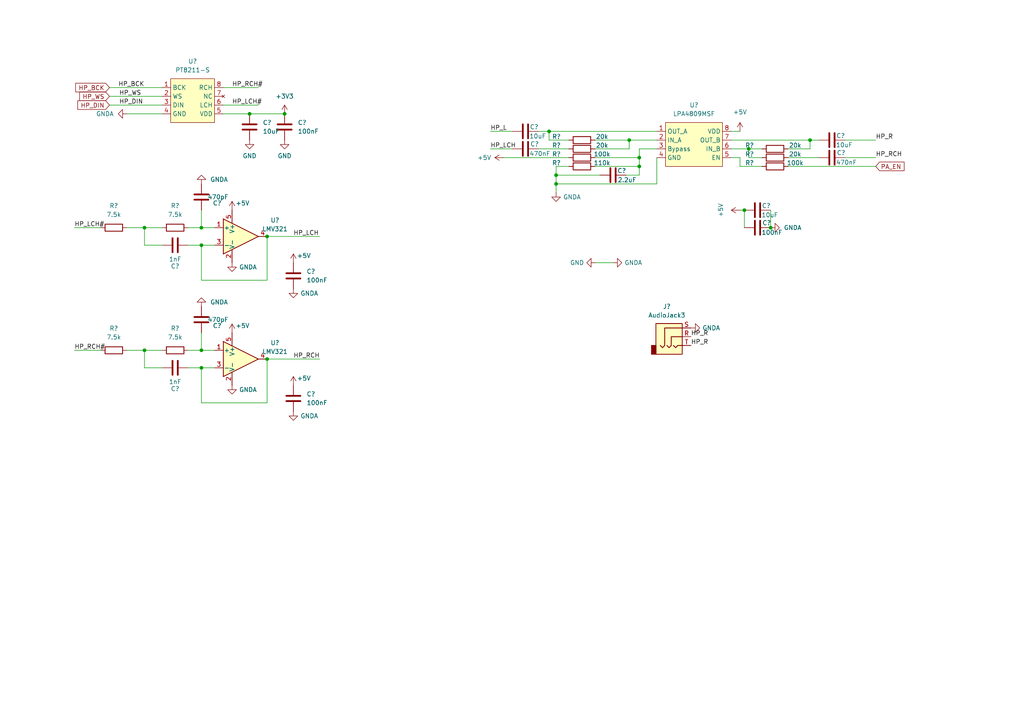
<source format=kicad_sch>
(kicad_sch (version 20211123) (generator eeschema)
  (paper "A4")
  (lib_symbols
    (symbol "Amplifier_Operational:LMV321" (pin_names (offset 0.127))
      (property "Reference" "U" (at 0 5.08 0))
      (property "Value" "LMV321" (at 0 -5.08 0))
      (symbol "LMV321_0_1"
        (polyline (pts (xy -5.08 5.08) (xy 5.08 0) (xy -5.08 -5.08) (xy -5.08 5.08)) (stroke (width 0.254)) (fill (type background)))
        (pin power_in line (at -2.54 -7.62 90) (length 3.81) (name "V-") (number "2"))
        (pin power_in line (at -2.54 7.62 270) (length 3.81) (name "V+") (number "5"))
      )
      (symbol "LMV321_1_1"
        (pin input line (at -7.62 2.54 0) (length 2.54) (name "+") (number "1"))
        (pin input line (at -7.62 -2.54 0) (length 2.54) (name "-") (number "3"))
        (pin output line (at 7.62 0 180) (length 2.54) (name "~") (number "4"))
      )
    )
    (symbol "Connector:AudioJack3"
      (property "Reference" "J" (at 0 8.89 0))
      (property "Value" "AudioJack3" (at 0 6.35 0))
      (symbol "AudioJack3_0_1"
        (rectangle (start -5.08 -5.08) (end -6.35 -2.54) (stroke (width 0.254)) (fill (type outline)))
        (polyline (pts (xy 0 -2.54) (xy 0.635 -3.175) (xy 1.27 -2.54) (xy 2.54 -2.54)) (stroke (width 0.254)))
        (polyline (pts (xy -1.905 -2.54) (xy -1.27 -3.175) (xy -0.635 -2.54) (xy -0.635 0) (xy 2.54 0)) (stroke (width 0.254)))
        (polyline (pts (xy 2.54 2.54) (xy -2.54 2.54) (xy -2.54 -2.54) (xy -3.175 -3.175) (xy -3.81 -2.54)) (stroke (width 0.254)))
        (rectangle (start 2.54 3.81) (end -5.08 -5.08) (stroke (width 0.254)) (fill (type background)))
      )
      (symbol "AudioJack3_1_1"
        (pin passive line (at 5.08 0 180) (length 2.54) (name "~") (number "R"))
        (pin passive line (at 5.08 2.54 180) (length 2.54) (name "~") (number "S"))
        (pin passive line (at 5.08 -2.54 180) (length 2.54) (name "~") (number "T"))
      )
    )
    (symbol "Device:C" (pin_numbers hide) (pin_names (offset 0.254))
      (property "Reference" "C" (at 0.635 2.54 0))
      (property "Value" "C" (at 0.635 -2.54 0))
      (symbol "C_0_1"
        (polyline (pts (xy -2.032 -0.762) (xy 2.032 -0.762)) (stroke (width 0.508)))
        (polyline (pts (xy -2.032 0.762) (xy 2.032 0.762)) (stroke (width 0.508)))
      )
      (symbol "C_1_1"
        (pin passive line (at 0 3.81 270) (length 2.794) (name "~") (number "1"))
        (pin passive line (at 0 -3.81 90) (length 2.794) (name "~") (number "2"))
      )
    )
    (symbol "Device:R" (pin_numbers hide) (pin_names (offset 0))
      (property "Reference" "R" (at 2.032 0 90))
      (property "Value" "R" (at 0 0 90))
      (symbol "R_0_1"
        (rectangle (start -1.016 -2.54) (end 1.016 2.54) (stroke (width 0.254)))
      )
      (symbol "R_1_1"
        (pin passive line (at 0 3.81 270) (length 1.27) (name "~") (number "1"))
        (pin passive line (at 0 -3.81 90) (length 1.27) (name "~") (number "2"))
      )
    )
    (symbol "FreeVision:LPA4809MSF"
      (property "Reference" "U" (at 0 -15.24 0))
      (property "Value" "LPA4809MSF" (at 0 0 0))
      (symbol "LPA4809MSF_0_1"
        (rectangle (start -7.62 -1.27) (end 8.89 -13.97) (fill (type background)))
      )
      (symbol "LPA4809MSF_1_1"
        (pin bidirectional line (at -10.16 -3.81 0) (length 2.54) (name "OUT_A") (number "1"))
        (pin bidirectional line (at -10.16 -6.35 0) (length 2.54) (name "IN_A") (number "2"))
        (pin bidirectional line (at -10.16 -8.89 0) (length 2.54) (name "Bypass") (number "3"))
        (pin bidirectional line (at -10.16 -11.43 0) (length 2.54) (name "GND") (number "4"))
        (pin bidirectional line (at 11.43 -11.43 180) (length 2.54) (name "EN") (number "5"))
        (pin bidirectional line (at 11.43 -8.89 180) (length 2.54) (name "IN_B") (number "6"))
        (pin bidirectional line (at 11.43 -6.35 180) (length 2.54) (name "OUT_B") (number "7"))
        (pin bidirectional line (at 11.43 -3.81 180) (length 2.54) (name "VDD") (number "8"))
      )
    )
    (symbol "FreeVision:PT8211-S"
      (property "Reference" "U" (at 0 -15.24 0))
      (property "Value" "PT8211-S" (at 0 0 0))
      (symbol "PT8211-S_0_1"
        (rectangle (start -6.35 -1.27) (end 6.35 -13.97) (fill (type background)))
      )
      (symbol "PT8211-S_1_1"
        (pin bidirectional line (at -8.89 -3.81 0) (length 2.54) (name "BCK") (number "1"))
        (pin bidirectional line (at -8.89 -6.35 0) (length 2.54) (name "WS") (number "2"))
        (pin bidirectional line (at -8.89 -8.89 0) (length 2.54) (name "DIN") (number "3"))
        (pin bidirectional line (at -8.89 -11.43 0) (length 2.54) (name "GND") (number "4"))
        (pin bidirectional line (at 8.89 -11.43 180) (length 2.54) (name "VDD") (number "5"))
        (pin bidirectional line (at 8.89 -8.89 180) (length 2.54) (name "LCH") (number "6"))
        (pin no_connect line (at 8.89 -6.35 180) (length 2.54) (name "NC") (number "7"))
        (pin bidirectional line (at 8.89 -3.81 180) (length 2.54) (name "RCH") (number "8"))
      )
    )
    (symbol "power:+3V3" (power) (pin_names (offset 0))
      (property "Value" "+3V3" (at 0 3.556 0))
      (symbol "+3V3_0_1"
        (polyline (pts (xy -0.762 1.27) (xy 0 2.54)))
        (polyline (pts (xy 0 0) (xy 0 2.54)))
        (polyline (pts (xy 0 2.54) (xy 0.762 1.27)))
      )
      (symbol "+3V3_1_1"
        (pin power_in line (at 0 0 90) (length 0) hide (name "+3V3") (number "1"))
      )
    )
    (symbol "power:+5V" (power) (pin_names (offset 0))
      (property "Value" "+5V" (at 0 3.556 0))
      (symbol "+5V_0_1"
        (polyline (pts (xy -0.762 1.27) (xy 0 2.54)))
        (polyline (pts (xy 0 0) (xy 0 2.54)))
        (polyline (pts (xy 0 2.54) (xy 0.762 1.27)))
      )
      (symbol "+5V_1_1"
        (pin power_in line (at 0 0 90) (length 0) hide (name "+5V") (number "1"))
      )
    )
    (symbol "power:GND" (power) (pin_names (offset 0))
      (property "Value" "GND" (at 0 -3.81 0))
      (symbol "GND_0_1"
        (polyline (pts (xy 0 0) (xy 0 -1.27) (xy 1.27 -1.27) (xy 0 -2.54) (xy -1.27 -1.27) (xy 0 -1.27)))
      )
      (symbol "GND_1_1"
        (pin power_in line (at 0 0 270) (length 0) hide (name "GND") (number "1"))
      )
    )
    (symbol "power:GNDA" (power) (pin_names (offset 0))
      (property "Value" "GNDA" (at 0 -3.81 0))
      (symbol "GNDA_0_1"
        (polyline (pts (xy 0 0) (xy 0 -1.27) (xy 1.27 -1.27) (xy 0 -2.54) (xy -1.27 -1.27) (xy 0 -1.27)))
      )
      (symbol "GNDA_1_1"
        (pin power_in line (at 0 0 270) (length 0) hide (name "GNDA") (number "1"))
      )
    )
  )
  (junction (at 185.42 45.72))
  (junction (at 82.55 33.02))
  (junction (at 182.499 40.64))
  (junction (at 161.29 50.8))
  (junction (at 58.42 71.12))
  (junction (at 234.95 40.64))
  (junction (at 223.52 66.04))
  (junction (at 77.47 68.58))
  (junction (at 41.91 66.04))
  (junction (at 41.91 101.6))
  (junction (at 77.47 104.14))
  (junction (at 161.29 53.34))
  (junction (at 185.42 48.26))
  (junction (at 58.42 66.04))
  (junction (at 159.258 38.1))
  (junction (at 217.17 43.18))
  (junction (at 58.42 106.68))
  (junction (at 215.9 60.96))
  (junction (at 58.42 101.6))
  (junction (at 72.39 33.02))
  (wire (pts (xy 212.09 40.64) (xy 234.95 40.64)))
  (wire (pts (xy 185.42 50.8) (xy 185.42 48.26)))
  (wire (pts (xy 142.24 43.18) (xy 148.59 43.18)))
  (wire (pts (xy 72.39 33.02) (xy 82.55 33.02)))
  (wire (pts (xy 41.91 101.6) (xy 46.99 101.6)))
  (wire (pts (xy 58.42 71.12) (xy 62.23 71.12)))
  (wire (pts (xy 223.52 60.96) (xy 223.52 66.04)))
  (wire (pts (xy 46.99 71.12) (xy 41.91 71.12)))
  (wire (pts (xy 58.42 106.68) (xy 62.23 106.68)))
  (wire (pts (xy 182.499 40.64) (xy 190.5 40.64)))
  (wire (pts (xy 58.42 60.96) (xy 58.42 66.04)))
  (wire (pts (xy 21.59 66.04) (xy 29.21 66.04)))
  (wire (pts (xy 214.63 45.72) (xy 214.63 48.26)))
  (wire (pts (xy 156.21 38.1) (xy 159.258 38.1)))
  (wire (pts (xy 54.61 101.6) (xy 58.42 101.6)))
  (wire (pts (xy 77.47 68.58) (xy 77.47 81.28)))
  (wire (pts (xy 228.6 48.26) (xy 254 48.26)))
  (wire (pts (xy 64.77 25.4) (xy 74.93 25.4)))
  (wire (pts (xy 156.21 43.18) (xy 164.973 43.18)))
  (wire (pts (xy 46.99 106.68) (xy 41.91 106.68)))
  (wire (pts (xy 58.42 66.04) (xy 62.23 66.04)))
  (wire (pts (xy 214.63 60.96) (xy 215.9 60.96)))
  (wire (pts (xy 77.47 68.58) (xy 92.71 68.58)))
  (wire (pts (xy 21.59 101.6) (xy 29.21 101.6)))
  (wire (pts (xy 77.47 104.14) (xy 77.47 116.84)))
  (wire (pts (xy 64.77 33.02) (xy 72.39 33.02)))
  (wire (pts (xy 159.258 38.1) (xy 190.5 38.1)))
  (wire (pts (xy 234.95 43.18) (xy 234.95 40.64)))
  (wire (pts (xy 77.47 104.14) (xy 92.71 104.14)))
  (wire (pts (xy 161.29 53.34) (xy 190.5 53.34)))
  (wire (pts (xy 41.91 66.04) (xy 46.99 66.04)))
  (wire (pts (xy 159.258 40.64) (xy 159.258 38.1)))
  (wire (pts (xy 58.42 101.6) (xy 62.23 101.6)))
  (wire (pts (xy 185.42 43.18) (xy 185.42 45.72)))
  (wire (pts (xy 190.5 53.34) (xy 190.5 45.72)))
  (wire (pts (xy 214.63 48.26) (xy 220.98 48.26)))
  (wire (pts (xy 212.09 38.1) (xy 214.63 38.1)))
  (wire (pts (xy 142.24 38.1) (xy 148.59 38.1)))
  (wire (pts (xy 31.75 27.94) (xy 46.99 27.94)))
  (wire (pts (xy 185.42 45.72) (xy 185.42 48.26)))
  (wire (pts (xy 228.6 45.72) (xy 237.49 45.72)))
  (wire (pts (xy 36.83 101.6) (xy 41.91 101.6)))
  (wire (pts (xy 64.77 30.48) (xy 74.93 30.48)))
  (wire (pts (xy 182.499 43.18) (xy 182.499 40.64)))
  (wire (pts (xy 54.61 66.04) (xy 58.42 66.04)))
  (wire (pts (xy 161.29 50.8) (xy 173.99 50.8)))
  (wire (pts (xy 172.593 40.64) (xy 182.499 40.64)))
  (wire (pts (xy 58.42 71.12) (xy 58.42 81.28)))
  (wire (pts (xy 146.05 45.72) (xy 164.973 45.72)))
  (wire (pts (xy 164.973 48.26) (xy 161.29 48.26)))
  (wire (pts (xy 58.42 116.84) (xy 58.42 106.68)))
  (wire (pts (xy 31.75 25.4) (xy 46.99 25.4)))
  (wire (pts (xy 217.17 45.72) (xy 217.17 43.18)))
  (wire (pts (xy 54.61 71.12) (xy 58.42 71.12)))
  (wire (pts (xy 36.83 33.02) (xy 46.99 33.02)))
  (wire (pts (xy 31.75 30.48) (xy 46.99 30.48)))
  (wire (pts (xy 212.09 43.18) (xy 217.17 43.18)))
  (wire (pts (xy 36.83 66.04) (xy 41.91 66.04)))
  (wire (pts (xy 217.17 43.18) (xy 220.98 43.18)))
  (wire (pts (xy 234.95 40.64) (xy 237.49 40.64)))
  (wire (pts (xy 41.91 71.12) (xy 41.91 66.04)))
  (wire (pts (xy 215.9 60.96) (xy 215.9 66.04)))
  (wire (pts (xy 77.47 116.84) (xy 58.42 116.84)))
  (wire (pts (xy 161.29 48.26) (xy 161.29 50.8)))
  (wire (pts (xy 172.72 76.2) (xy 177.8 76.2)))
  (wire (pts (xy 161.29 53.34) (xy 161.29 55.88)))
  (wire (pts (xy 185.42 45.72) (xy 172.593 45.72)))
  (wire (pts (xy 41.91 106.68) (xy 41.91 101.6)))
  (wire (pts (xy 77.47 81.28) (xy 58.42 81.28)))
  (wire (pts (xy 181.61 50.8) (xy 185.42 50.8)))
  (wire (pts (xy 190.5 43.18) (xy 185.42 43.18)))
  (wire (pts (xy 164.973 40.64) (xy 159.258 40.64)))
  (wire (pts (xy 245.11 40.64) (xy 254 40.64)))
  (wire (pts (xy 220.98 45.72) (xy 217.17 45.72)))
  (wire (pts (xy 172.593 48.26) (xy 185.42 48.26)))
  (wire (pts (xy 54.61 106.68) (xy 58.42 106.68)))
  (wire (pts (xy 245.11 45.72) (xy 254 45.72)))
  (wire (pts (xy 212.09 45.72) (xy 214.63 45.72)))
  (wire (pts (xy 172.593 43.18) (xy 182.499 43.18)))
  (wire (pts (xy 58.42 96.52) (xy 58.42 101.6)))
  (wire (pts (xy 228.6 43.18) (xy 234.95 43.18)))
  (wire (pts (xy 161.29 50.8) (xy 161.29 53.34)))
  (label "HP_RCH#" (at 67.31 25.4 0))
  (label "HP_RCH#" (at 21.59 101.6 0))
  (label "HP_LCH" (at 142.24 43.18 0))
  (label "HP_LCH#" (at 67.31 30.48 0))
  (label "HP_LCH" (at 85.09 68.58 0))
  (label "HP_R" (at 200.406 97.663 0))
  (label "HP_R" (at 254 40.64 0))
  (label "HP_RCH" (at 85.09 104.14 0))
  (label "HP_L" (at 142.24 38.1 0))
  (label "HP_WS" (at 34.544 27.94 0))
  (label "HP_BCK" (at 34.29 25.4 0))
  (label "HP_RCH" (at 254 45.72 0))
  (label "HP_DIN" (at 34.544 30.48 0))
  (label "HP_LCH#" (at 21.59 66.04 0))
  (label "HP_R" (at 200.406 100.203 0))
  (global_label "HP_BCK" (shape input) (at 31.75 25.4 180) (property "Intersheet References" "${INTERSHEET_REFS}" (effects hide)))
  (global_label "HP_DIN" (shape input) (at 31.75 30.48 180) (property "Intersheet References" "${INTERSHEET_REFS}" (effects hide)))
  (global_label "HP_WS" (shape input) (at 31.75 27.94 180) (property "Intersheet References" "${INTERSHEET_REFS}" (effects hide)))
  (global_label "PA_EN" (shape input) (at 254 48.26 0) (property "Intersheet References" "${INTERSHEET_REFS}" (effects hide)))
  (symbol (lib_id "power:GND") (at 172.72 76.2 270) (unit 1)
    (property "Reference" "#PWR?" (effects hide))
    (property "Value" "GND" (at 169.418 76.1999 90) (effects (justify right)))
  )
  (symbol (lib_id "Amplifier_Operational:LMV321") (at 69.85 68.58 0) (unit 1)
    (property "Reference" "U?" (at 79.756 63.881 0))
    (property "Value" "LMV321" (at 79.756 66.421 0))
    (property "Datasheet" "http://www.ti.com/lit/ds/symlink/lmv324.pdf" (effects hide))
  )
  (symbol (lib_id "Device:C") (at 72.39 36.83 0) (unit 1)
    (property "Reference" "C?" (at 76.2 35.5599 0) (effects (justify left)))
    (property "Value" "10uF" (at 76.2 38.0999 0) (effects (justify left)))
  )
  (symbol (lib_id "Device:C") (at 177.8 50.8 90) (unit 1)
    (property "Reference" "C?" (at 180.34 49.53 90))
    (property "Value" "2.2uF" (at 181.864 52.197 90))
  )
  (symbol (lib_id "power:+5V") (at 146.05 45.72 90) (unit 1)
    (property "Reference" "#PWR?" (effects hide))
    (property "Value" "+5V" (at 140.462 45.72 90))
  )
  (symbol (lib_id "power:+5V") (at 85.09 111.76 0) (unit 1)
    (property "Reference" "#PWR?" (effects hide))
    (property "Value" "+5V" (at 88.138 109.728 0))
  )
  (symbol (lib_id "power:+5V") (at 67.31 60.96 0) (unit 1)
    (property "Reference" "#PWR?" (effects hide))
    (property "Value" "+5V" (at 70.358 58.928 0))
  )
  (symbol (lib_id "power:+5V") (at 67.31 96.52 0) (unit 1)
    (property "Reference" "#PWR?" (effects hide))
    (property "Value" "+5V" (at 70.358 94.488 0))
  )
  (symbol (lib_id "power:GND") (at 82.55 40.64 0) (unit 1)
    (property "Reference" "#PWR?" (effects hide))
    (property "Value" "GND" (at 82.55 45.212 0))
  )
  (symbol (lib_id "power:GNDA") (at 200.406 95.123 90) (unit 1)
    (property "Reference" "#PWR?" (effects hide))
    (property "Value" "GNDA" (at 203.708 95.1229 90) (effects (justify right)))
  )
  (symbol (lib_id "Device:C") (at 58.42 57.15 180) (unit 1)
    (property "Reference" "C?" (at 62.992 58.928 0))
    (property "Value" "470pF" (at 63.246 57.15 0))
  )
  (symbol (lib_id "Device:C") (at 85.09 80.01 0) (unit 1)
    (property "Reference" "C?" (at 88.9 78.7399 0) (effects (justify left)))
    (property "Value" "100nF" (at 88.9 81.2799 0) (effects (justify left)))
  )
  (symbol (lib_id "Device:R") (at 224.79 45.72 90) (unit 1)
    (property "Reference" "R?" (at 217.424 44.704 90))
    (property "Value" "20k" (at 230.632 44.704 90))
  )
  (symbol (lib_id "FreeVision:PT8211-S") (at 55.88 21.59 0) (unit 1)
    (property "Reference" "U?" (at 55.88 17.78 0))
    (property "Value" "PT8211-S" (at 55.88 20.32 0))
  )
  (symbol (lib_id "Device:R") (at 224.79 48.26 90) (unit 1)
    (property "Reference" "R?" (at 217.424 47.244 90))
    (property "Value" "100k" (at 230.632 47.244 90))
  )
  (symbol (lib_id "power:+3V3") (at 82.55 33.02 0) (unit 1)
    (property "Reference" "#PWR?" (effects hide))
    (property "Value" "+3V3" (at 82.55 27.94 0))
  )
  (symbol (lib_id "Device:R") (at 33.02 101.6 90) (unit 1)
    (property "Reference" "R?" (at 33.02 95.25 90))
    (property "Value" "7.5k" (at 33.02 97.79 90))
  )
  (symbol (lib_id "Device:R") (at 168.783 45.72 90) (unit 1)
    (property "Reference" "R?" (at 161.417 44.704 90))
    (property "Value" "100k" (at 174.625 44.704 90))
  )
  (symbol (lib_id "power:+5V") (at 214.63 38.1 0) (unit 1)
    (property "Reference" "#PWR?" (effects hide))
    (property "Value" "+5V" (at 214.63 32.512 0))
  )
  (symbol (lib_id "Device:R") (at 50.8 101.6 90) (unit 1)
    (property "Reference" "R?" (at 50.8 95.25 90))
    (property "Value" "7.5k" (at 50.8 97.79 90))
  )
  (symbol (lib_id "Device:C") (at 85.09 115.57 0) (unit 1)
    (property "Reference" "C?" (at 88.9 114.2999 0) (effects (justify left)))
    (property "Value" "100nF" (at 88.9 116.8399 0) (effects (justify left)))
  )
  (symbol (lib_id "Device:C") (at 50.8 106.68 90) (unit 1)
    (property "Reference" "C?" (at 50.8 112.776 90))
    (property "Value" "1nF" (at 50.8 110.744 90))
  )
  (symbol (lib_id "power:+5V") (at 214.63 60.96 90) (unit 1)
    (property "Reference" "#PWR?" (effects hide))
    (property "Value" "+5V" (at 209.042 60.96 0))
  )
  (symbol (lib_id "power:GNDA") (at 85.09 83.82 0) (unit 1)
    (property "Reference" "#PWR?" (effects hide))
    (property "Value" "GNDA" (at 87.122 85.0899 0) (effects (justify left)))
  )
  (symbol (lib_id "power:GNDA") (at 85.09 119.38 0) (unit 1)
    (property "Reference" "#PWR?" (effects hide))
    (property "Value" "GNDA" (at 87.122 120.6499 0) (effects (justify left)))
  )
  (symbol (lib_id "power:GND") (at 72.39 40.64 0) (unit 1)
    (property "Reference" "#PWR?" (effects hide))
    (property "Value" "GND" (at 72.39 45.212 0))
  )
  (symbol (lib_id "Device:C") (at 241.3 45.72 90) (unit 1)
    (property "Reference" "C?" (at 243.967 44.323 90))
    (property "Value" "470nF" (at 245.491 47.117 90))
  )
  (symbol (lib_id "Device:C") (at 219.71 60.96 90) (unit 1)
    (property "Reference" "C?" (at 222.25 59.69 90))
    (property "Value" "10uF" (at 223.266 62.357 90))
  )
  (symbol (lib_id "power:GNDA") (at 36.83 33.02 270) (unit 1)
    (property "Reference" "#PWR?" (effects hide))
    (property "Value" "GNDA" (at 33.02 33.0199 90) (effects (justify right)))
  )
  (symbol (lib_id "power:GNDA") (at 67.31 111.76 0) (unit 1)
    (property "Reference" "#PWR?" (effects hide))
    (property "Value" "GNDA" (at 69.342 113.0299 0) (effects (justify left)))
  )
  (symbol (lib_id "Connector:AudioJack3") (at 195.326 97.663 0) (unit 1)
    (property "Reference" "J?" (at 193.421 88.9 0))
    (property "Value" "AudioJack3" (at 193.421 91.44 0))
  )
  (symbol (lib_id "Device:R") (at 50.8 66.04 90) (unit 1)
    (property "Reference" "R?" (at 50.8 59.69 90))
    (property "Value" "7.5k" (at 50.8 62.23 90))
  )
  (symbol (lib_id "Device:C") (at 50.8 71.12 90) (unit 1)
    (property "Reference" "C?" (at 50.8 77.216 90))
    (property "Value" "1nF" (at 50.8 75.184 90))
  )
  (symbol (lib_id "FreeVision:LPA4809MSF") (at 200.66 34.29 0) (unit 1)
    (property "Reference" "U?" (at 201.295 30.48 0))
    (property "Value" "LPA4809MSF" (at 201.295 33.02 0))
  )
  (symbol (lib_id "Device:C") (at 82.55 36.83 0) (unit 1)
    (property "Reference" "C?" (at 86.36 35.5599 0) (effects (justify left)))
    (property "Value" "100nF" (at 86.36 38.0999 0) (effects (justify left)))
  )
  (symbol (lib_id "power:+5V") (at 85.09 76.2 0) (unit 1)
    (property "Reference" "#PWR?" (effects hide))
    (property "Value" "+5V" (at 88.138 74.168 0))
  )
  (symbol (lib_id "Device:C") (at 58.42 92.71 180) (unit 1)
    (property "Reference" "C?" (at 62.992 94.488 0))
    (property "Value" "470pF" (at 63.246 92.71 0))
  )
  (symbol (lib_id "Device:R") (at 168.783 40.64 90) (unit 1)
    (property "Reference" "R?" (at 161.417 39.624 90))
    (property "Value" "20k" (at 174.625 39.624 90))
  )
  (symbol (lib_id "Device:C") (at 152.4 38.1 90) (unit 1)
    (property "Reference" "C?" (at 154.94 36.83 90))
    (property "Value" "10uF" (at 155.956 39.497 90))
  )
  (symbol (lib_id "power:GNDA") (at 177.8 76.2 90) (unit 1)
    (property "Reference" "#PWR?" (effects hide))
    (property "Value" "GNDA" (at 181.102 76.1999 90) (effects (justify right)))
  )
  (symbol (lib_id "Device:C") (at 241.3 40.64 90) (unit 1)
    (property "Reference" "C?" (at 243.84 39.37 90))
    (property "Value" "10uF" (at 244.856 42.037 90))
  )
  (symbol (lib_id "Device:R") (at 168.783 43.18 90) (unit 1)
    (property "Reference" "R?" (at 161.417 42.164 90))
    (property "Value" "20k" (at 174.625 42.164 90))
  )
  (symbol (lib_id "Device:R") (at 33.02 66.04 90) (unit 1)
    (property "Reference" "R?" (at 33.02 59.69 90))
    (property "Value" "7.5k" (at 33.02 62.23 90))
  )
  (symbol (lib_id "Device:C") (at 219.71 66.04 90) (unit 1)
    (property "Reference" "C?" (at 222.377 64.643 90))
    (property "Value" "100nF" (at 223.901 67.437 90))
  )
  (symbol (lib_id "Device:R") (at 168.783 48.26 90) (unit 1)
    (property "Reference" "R?" (at 161.417 47.244 90))
    (property "Value" "110k" (at 174.625 47.244 90))
  )
  (symbol (lib_id "Device:R") (at 224.79 43.18 90) (unit 1)
    (property "Reference" "R?" (at 217.424 42.164 90))
    (property "Value" "20k" (at 230.632 42.164 90))
  )
  (symbol (lib_id "power:GNDA") (at 58.42 53.34 180) (unit 1)
    (property "Reference" "#PWR?" (effects hide))
    (property "Value" "GNDA" (at 60.96 52.0699 0) (effects (justify right)))
  )
  (symbol (lib_id "Device:C") (at 152.4 43.18 90) (unit 1)
    (property "Reference" "C?" (at 155.067 41.783 90))
    (property "Value" "470nF" (at 156.591 44.577 90))
  )
  (symbol (lib_id "power:GNDA") (at 161.29 55.88 0) (unit 1)
    (property "Reference" "#PWR?" (effects hide))
    (property "Value" "GNDA" (at 163.322 57.1499 0) (effects (justify left)))
  )
  (symbol (lib_id "Amplifier_Operational:LMV321") (at 69.85 104.14 0) (unit 1)
    (property "Reference" "U?" (at 79.756 99.441 0))
    (property "Value" "LMV321" (at 79.756 101.981 0))
    (property "Datasheet" "http://www.ti.com/lit/ds/symlink/lmv324.pdf" (effects hide))
  )
  (symbol (lib_id "power:GNDA") (at 67.31 76.2 0) (unit 1)
    (property "Reference" "#PWR?" (effects hide))
    (property "Value" "GNDA" (at 69.342 77.4699 0) (effects (justify left)))
  )
  (symbol (lib_id "power:GNDA") (at 58.42 88.9 180) (unit 1)
    (property "Reference" "#PWR?" (effects hide))
    (property "Value" "GNDA" (at 60.96 87.6299 0) (effects (justify right)))
  )
  (symbol (lib_id "power:GNDA") (at 223.52 66.04 90) (unit 1)
    (property "Reference" "#PWR?" (effects hide))
    (property "Value" "GNDA" (at 227.33 66.0399 90) (effects (justify right)))
  )
)
</source>
